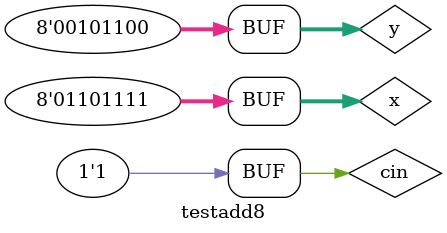
<source format=v>
`timescale 1ns / 1ps


module testadd8;

	// Inputs
	reg [7:0] x;
	reg [7:0] y;
	reg cin;

	// Outputs
	wire [7:0] sum;
	wire cout;

	// Instantiate the Unit Under Test (UUT)
	myadd uut (
		.x(x), 
		.y(y), 
		.cin(cin), 
		.sum(sum), 
		.cout(cout)
	);

	initial begin
		// Initialize Inputs
		x = 0;
		y = 0;
		cin = 0;

		// Wait 100 ns for global reset to finish
		#30
		x = 255;
		y = 255;
		cin = 0;
		
		#30
		x = 255;
		y = 255;
		cin = 0;
		
		#30
		x = 66;
		y = 99;
		cin = 0;
		
      #30
		x = 123;
		y = 246;
		cin = 0;
		
		#30
		x = 55;
		y = 77;
		cin = 0;
		
		#30
		x = 255;
		y = 255;
		cin = 1;
		
		#30
		x = 7;
		y = 11;
		cin = 1;
		
		#30
		x = 123;
		y = 246;
		cin = 1;
		
		#30
		x = 88;
		y = 22;
		cin = 1;
		
		#30
		x = 168;
		y = 66;
		cin = 1;
		
		#30
		x = 111;
		y = 44;
		cin = 1;
		// Add stimulus here

	end
      
endmodule


</source>
